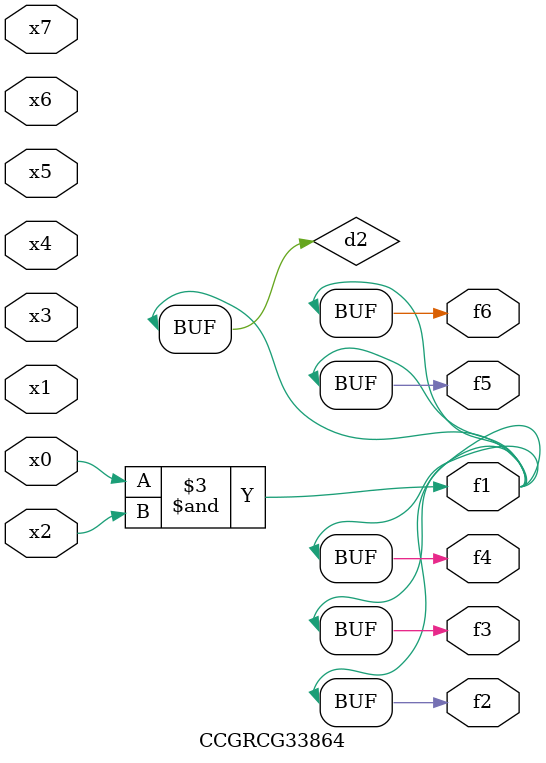
<source format=v>
module CCGRCG33864(
	input x0, x1, x2, x3, x4, x5, x6, x7,
	output f1, f2, f3, f4, f5, f6
);

	wire d1, d2;

	nor (d1, x3, x6);
	and (d2, x0, x2);
	assign f1 = d2;
	assign f2 = d2;
	assign f3 = d2;
	assign f4 = d2;
	assign f5 = d2;
	assign f6 = d2;
endmodule

</source>
